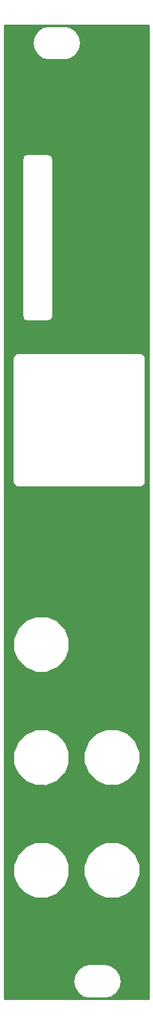
<source format=gbr>
G04 #@! TF.GenerationSoftware,KiCad,Pcbnew,(5.0.1)-4*
G04 #@! TF.CreationDate,2018-12-03T17:03:42+00:00*
G04 #@! TF.ProjectId,DevBoard_Panel,446576426F6172645F50616E656C2E6B,rev?*
G04 #@! TF.SameCoordinates,Original*
G04 #@! TF.FileFunction,Copper,L2,Bot,Signal*
G04 #@! TF.FilePolarity,Positive*
%FSLAX46Y46*%
G04 Gerber Fmt 4.6, Leading zero omitted, Abs format (unit mm)*
G04 Created by KiCad (PCBNEW (5.0.1)-4) date 03/12/2018 17:03:42*
%MOMM*%
%LPD*%
G01*
G04 APERTURE LIST*
G04 #@! TA.AperFunction,NonConductor*
%ADD10C,0.254000*%
G04 #@! TD*
G04 APERTURE END LIST*
D10*
G36*
X69610001Y-177790000D02*
X50710000Y-177790000D01*
X50710000Y-175500000D01*
X59641214Y-175500000D01*
X59814676Y-176372054D01*
X60308655Y-177111345D01*
X61047946Y-177605324D01*
X61699872Y-177735000D01*
X63940128Y-177735000D01*
X64592054Y-177605324D01*
X65331345Y-177111345D01*
X65825324Y-176372054D01*
X65998786Y-175500000D01*
X65825324Y-174627946D01*
X65331345Y-173888655D01*
X64592054Y-173394676D01*
X63940128Y-173265000D01*
X61699872Y-173265000D01*
X61047946Y-173394676D01*
X60308655Y-173888655D01*
X59814676Y-174627946D01*
X59641214Y-175500000D01*
X50710000Y-175500000D01*
X50710000Y-161712854D01*
X51811052Y-161712854D01*
X51815000Y-161722535D01*
X51815000Y-161732992D01*
X52091686Y-162400970D01*
X52364654Y-163070291D01*
X52375898Y-163087119D01*
X52376008Y-163087385D01*
X52376212Y-163087589D01*
X52387455Y-163104416D01*
X52407883Y-163119260D01*
X53380740Y-164092117D01*
X53395584Y-164112545D01*
X53405222Y-164116599D01*
X53412615Y-164123992D01*
X54080532Y-164400652D01*
X54746892Y-164680941D01*
X54757347Y-164680998D01*
X54767008Y-164685000D01*
X55490034Y-164685000D01*
X56212854Y-164688948D01*
X56222535Y-164685000D01*
X56232992Y-164685000D01*
X56900970Y-164408314D01*
X57570291Y-164135346D01*
X57587119Y-164124102D01*
X57587385Y-164123992D01*
X57587589Y-164123788D01*
X57604416Y-164112545D01*
X57619260Y-164092117D01*
X58592117Y-163119260D01*
X58612545Y-163104416D01*
X58616599Y-163094778D01*
X58623992Y-163087385D01*
X58900652Y-162419468D01*
X59180941Y-161753108D01*
X59180998Y-161742653D01*
X59185000Y-161732992D01*
X59185000Y-161712854D01*
X61061052Y-161712854D01*
X61065000Y-161722535D01*
X61065000Y-161732992D01*
X61341686Y-162400970D01*
X61614654Y-163070291D01*
X61625898Y-163087119D01*
X61626008Y-163087385D01*
X61626212Y-163087589D01*
X61637455Y-163104416D01*
X61657883Y-163119260D01*
X62630740Y-164092117D01*
X62645584Y-164112545D01*
X62655222Y-164116599D01*
X62662615Y-164123992D01*
X63330532Y-164400652D01*
X63996892Y-164680941D01*
X64007347Y-164680998D01*
X64017008Y-164685000D01*
X64740034Y-164685000D01*
X65462854Y-164688948D01*
X65472535Y-164685000D01*
X65482992Y-164685000D01*
X66150970Y-164408314D01*
X66820291Y-164135346D01*
X66837119Y-164124102D01*
X66837385Y-164123992D01*
X66837589Y-164123788D01*
X66854416Y-164112545D01*
X66869260Y-164092117D01*
X67842117Y-163119260D01*
X67862545Y-163104416D01*
X67866599Y-163094778D01*
X67873992Y-163087385D01*
X68150652Y-162419468D01*
X68430941Y-161753108D01*
X68430998Y-161742653D01*
X68435000Y-161732992D01*
X68435000Y-161009966D01*
X68438948Y-160287146D01*
X68435000Y-160277465D01*
X68435000Y-160267008D01*
X68158314Y-159599030D01*
X67885346Y-158929709D01*
X67874102Y-158912881D01*
X67873992Y-158912615D01*
X67873788Y-158912411D01*
X67862545Y-158895584D01*
X67842117Y-158880740D01*
X66869260Y-157907883D01*
X66854416Y-157887455D01*
X66844778Y-157883401D01*
X66837385Y-157876008D01*
X66169468Y-157599348D01*
X65503108Y-157319059D01*
X65492653Y-157319002D01*
X65482992Y-157315000D01*
X64759966Y-157315000D01*
X64037146Y-157311052D01*
X64027465Y-157315000D01*
X64017008Y-157315000D01*
X63349030Y-157591686D01*
X62679709Y-157864654D01*
X62662881Y-157875898D01*
X62662615Y-157876008D01*
X62662411Y-157876212D01*
X62645584Y-157887455D01*
X62630740Y-157907883D01*
X61657883Y-158880740D01*
X61637455Y-158895584D01*
X61633401Y-158905222D01*
X61626008Y-158912615D01*
X61349348Y-159580532D01*
X61069059Y-160246892D01*
X61069002Y-160257347D01*
X61065000Y-160267008D01*
X61065000Y-160990034D01*
X61061052Y-161712854D01*
X59185000Y-161712854D01*
X59185000Y-161009966D01*
X59188948Y-160287146D01*
X59185000Y-160277465D01*
X59185000Y-160267008D01*
X58908314Y-159599030D01*
X58635346Y-158929709D01*
X58624102Y-158912881D01*
X58623992Y-158912615D01*
X58623788Y-158912411D01*
X58612545Y-158895584D01*
X58592117Y-158880740D01*
X57619260Y-157907883D01*
X57604416Y-157887455D01*
X57594778Y-157883401D01*
X57587385Y-157876008D01*
X56919468Y-157599348D01*
X56253108Y-157319059D01*
X56242653Y-157319002D01*
X56232992Y-157315000D01*
X55509966Y-157315000D01*
X54787146Y-157311052D01*
X54777465Y-157315000D01*
X54767008Y-157315000D01*
X54099030Y-157591686D01*
X53429709Y-157864654D01*
X53412881Y-157875898D01*
X53412615Y-157876008D01*
X53412411Y-157876212D01*
X53395584Y-157887455D01*
X53380740Y-157907883D01*
X52407883Y-158880740D01*
X52387455Y-158895584D01*
X52383401Y-158905222D01*
X52376008Y-158912615D01*
X52099348Y-159580532D01*
X51819059Y-160246892D01*
X51819002Y-160257347D01*
X51815000Y-160267008D01*
X51815000Y-160990034D01*
X51811052Y-161712854D01*
X50710000Y-161712854D01*
X50710000Y-147012854D01*
X51811052Y-147012854D01*
X51815000Y-147022535D01*
X51815000Y-147032992D01*
X52091686Y-147700970D01*
X52364654Y-148370291D01*
X52375898Y-148387119D01*
X52376008Y-148387385D01*
X52376212Y-148387589D01*
X52387455Y-148404416D01*
X52407883Y-148419260D01*
X53380740Y-149392117D01*
X53395584Y-149412545D01*
X53405222Y-149416599D01*
X53412615Y-149423992D01*
X54080532Y-149700652D01*
X54746892Y-149980941D01*
X54757347Y-149980998D01*
X54767008Y-149985000D01*
X55490034Y-149985000D01*
X56212854Y-149988948D01*
X56222535Y-149985000D01*
X56232992Y-149985000D01*
X56900970Y-149708314D01*
X57570291Y-149435346D01*
X57587119Y-149424102D01*
X57587385Y-149423992D01*
X57587589Y-149423788D01*
X57604416Y-149412545D01*
X57619260Y-149392117D01*
X58592117Y-148419260D01*
X58612545Y-148404416D01*
X58616599Y-148394778D01*
X58623992Y-148387385D01*
X58900652Y-147719468D01*
X59180941Y-147053108D01*
X59180998Y-147042653D01*
X59185000Y-147032992D01*
X59185000Y-146962854D01*
X61061052Y-146962854D01*
X61065000Y-146972535D01*
X61065000Y-146982992D01*
X61341686Y-147650970D01*
X61614654Y-148320291D01*
X61625898Y-148337119D01*
X61626008Y-148337385D01*
X61626212Y-148337589D01*
X61637455Y-148354416D01*
X61657883Y-148369260D01*
X62630740Y-149342117D01*
X62645584Y-149362545D01*
X62655222Y-149366599D01*
X62662615Y-149373992D01*
X63330532Y-149650652D01*
X63996892Y-149930941D01*
X64007347Y-149930998D01*
X64017008Y-149935000D01*
X64740034Y-149935000D01*
X65462854Y-149938948D01*
X65472535Y-149935000D01*
X65482992Y-149935000D01*
X66150970Y-149658314D01*
X66820291Y-149385346D01*
X66837119Y-149374102D01*
X66837385Y-149373992D01*
X66837589Y-149373788D01*
X66854416Y-149362545D01*
X66869260Y-149342117D01*
X67842117Y-148369260D01*
X67862545Y-148354416D01*
X67866599Y-148344778D01*
X67873992Y-148337385D01*
X68150652Y-147669468D01*
X68430941Y-147003108D01*
X68430998Y-146992653D01*
X68435000Y-146982992D01*
X68435000Y-146259966D01*
X68438948Y-145537146D01*
X68435000Y-145527465D01*
X68435000Y-145517008D01*
X68158314Y-144849030D01*
X67885346Y-144179709D01*
X67874102Y-144162881D01*
X67873992Y-144162615D01*
X67873788Y-144162411D01*
X67862545Y-144145584D01*
X67842117Y-144130740D01*
X66869260Y-143157883D01*
X66854416Y-143137455D01*
X66844778Y-143133401D01*
X66837385Y-143126008D01*
X66169468Y-142849348D01*
X65503108Y-142569059D01*
X65492653Y-142569002D01*
X65482992Y-142565000D01*
X64759966Y-142565000D01*
X64037146Y-142561052D01*
X64027465Y-142565000D01*
X64017008Y-142565000D01*
X63349030Y-142841686D01*
X62679709Y-143114654D01*
X62662881Y-143125898D01*
X62662615Y-143126008D01*
X62662411Y-143126212D01*
X62645584Y-143137455D01*
X62630740Y-143157883D01*
X61657883Y-144130740D01*
X61637455Y-144145584D01*
X61633401Y-144155222D01*
X61626008Y-144162615D01*
X61349348Y-144830532D01*
X61069059Y-145496892D01*
X61069002Y-145507347D01*
X61065000Y-145517008D01*
X61065000Y-146240034D01*
X61061052Y-146962854D01*
X59185000Y-146962854D01*
X59185000Y-146309966D01*
X59188948Y-145587146D01*
X59185000Y-145577465D01*
X59185000Y-145567008D01*
X58908314Y-144899030D01*
X58635346Y-144229709D01*
X58624102Y-144212881D01*
X58623992Y-144212615D01*
X58623788Y-144212411D01*
X58612545Y-144195584D01*
X58592117Y-144180740D01*
X57619260Y-143207883D01*
X57604416Y-143187455D01*
X57594778Y-143183401D01*
X57587385Y-143176008D01*
X56919468Y-142899348D01*
X56253108Y-142619059D01*
X56242653Y-142619002D01*
X56232992Y-142615000D01*
X55509966Y-142615000D01*
X54787146Y-142611052D01*
X54777465Y-142615000D01*
X54767008Y-142615000D01*
X54099030Y-142891686D01*
X53429709Y-143164654D01*
X53412881Y-143175898D01*
X53412615Y-143176008D01*
X53412411Y-143176212D01*
X53395584Y-143187455D01*
X53380740Y-143207883D01*
X52407883Y-144180740D01*
X52387455Y-144195584D01*
X52383401Y-144205222D01*
X52376008Y-144212615D01*
X52099348Y-144880532D01*
X51819059Y-145546892D01*
X51819002Y-145557347D01*
X51815000Y-145567008D01*
X51815000Y-146290034D01*
X51811052Y-147012854D01*
X50710000Y-147012854D01*
X50710000Y-132212854D01*
X51811052Y-132212854D01*
X51815000Y-132222535D01*
X51815000Y-132232992D01*
X52091686Y-132900970D01*
X52364654Y-133570291D01*
X52375898Y-133587119D01*
X52376008Y-133587385D01*
X52376212Y-133587589D01*
X52387455Y-133604416D01*
X52407883Y-133619260D01*
X53380740Y-134592117D01*
X53395584Y-134612545D01*
X53405222Y-134616599D01*
X53412615Y-134623992D01*
X54080532Y-134900652D01*
X54746892Y-135180941D01*
X54757347Y-135180998D01*
X54767008Y-135185000D01*
X55490034Y-135185000D01*
X56212854Y-135188948D01*
X56222535Y-135185000D01*
X56232992Y-135185000D01*
X56900970Y-134908314D01*
X57570291Y-134635346D01*
X57587119Y-134624102D01*
X57587385Y-134623992D01*
X57587589Y-134623788D01*
X57604416Y-134612545D01*
X57619260Y-134592117D01*
X58592117Y-133619260D01*
X58612545Y-133604416D01*
X58616599Y-133594778D01*
X58623992Y-133587385D01*
X58900652Y-132919468D01*
X59180941Y-132253108D01*
X59180998Y-132242653D01*
X59185000Y-132232992D01*
X59185000Y-131509966D01*
X59188948Y-130787146D01*
X59185000Y-130777465D01*
X59185000Y-130767008D01*
X58908314Y-130099030D01*
X58635346Y-129429709D01*
X58624102Y-129412881D01*
X58623992Y-129412615D01*
X58623788Y-129412411D01*
X58612545Y-129395584D01*
X58592117Y-129380740D01*
X57619260Y-128407883D01*
X57604416Y-128387455D01*
X57594778Y-128383401D01*
X57587385Y-128376008D01*
X56919468Y-128099348D01*
X56253108Y-127819059D01*
X56242653Y-127819002D01*
X56232992Y-127815000D01*
X55509966Y-127815000D01*
X54787146Y-127811052D01*
X54777465Y-127815000D01*
X54767008Y-127815000D01*
X54099030Y-128091686D01*
X53429709Y-128364654D01*
X53412881Y-128375898D01*
X53412615Y-128376008D01*
X53412411Y-128376212D01*
X53395584Y-128387455D01*
X53380740Y-128407883D01*
X52407883Y-129380740D01*
X52387455Y-129395584D01*
X52383401Y-129405222D01*
X52376008Y-129412615D01*
X52099348Y-130080532D01*
X51819059Y-130746892D01*
X51819002Y-130757347D01*
X51815000Y-130767008D01*
X51815000Y-131490034D01*
X51811052Y-132212854D01*
X50710000Y-132212854D01*
X50710000Y-94200000D01*
X51726091Y-94200000D01*
X51740000Y-94269926D01*
X51740001Y-110180069D01*
X51726091Y-110250000D01*
X51781195Y-110527028D01*
X51938119Y-110761881D01*
X52172972Y-110918805D01*
X52380074Y-110960000D01*
X68519926Y-110960000D01*
X68727028Y-110918805D01*
X68961881Y-110761881D01*
X69066421Y-110605426D01*
X69089803Y-110589803D01*
X69117333Y-110548601D01*
X69127000Y-110500000D01*
X69127000Y-110485829D01*
X69173909Y-110250000D01*
X69160000Y-110180074D01*
X69160000Y-94269926D01*
X69173909Y-94200000D01*
X69118805Y-93922972D01*
X68961881Y-93688119D01*
X68727028Y-93531195D01*
X68519926Y-93490000D01*
X68519925Y-93490000D01*
X68450000Y-93476091D01*
X68380074Y-93490000D01*
X52519925Y-93490000D01*
X52450000Y-93476091D01*
X52380074Y-93490000D01*
X52172972Y-93531195D01*
X51938119Y-93688119D01*
X51781195Y-93922972D01*
X51726091Y-94200000D01*
X50710000Y-94200000D01*
X50710000Y-68200000D01*
X52976091Y-68200000D01*
X52990001Y-68269931D01*
X52990000Y-88530074D01*
X52976091Y-88600000D01*
X53031195Y-88877028D01*
X53188119Y-89111881D01*
X53422972Y-89268805D01*
X53700000Y-89323909D01*
X53769925Y-89310000D01*
X56230075Y-89310000D01*
X56300000Y-89323909D01*
X56577028Y-89268805D01*
X56811881Y-89111881D01*
X56968805Y-88877028D01*
X57010000Y-88669926D01*
X57010000Y-88669925D01*
X57023909Y-88600000D01*
X57010000Y-88530074D01*
X57010000Y-68269926D01*
X57023909Y-68200000D01*
X56968805Y-67922972D01*
X56811881Y-67688119D01*
X56577028Y-67531195D01*
X56369926Y-67490000D01*
X56369925Y-67490000D01*
X56300000Y-67476091D01*
X56230074Y-67490000D01*
X53769926Y-67490000D01*
X53700000Y-67476091D01*
X53630075Y-67490000D01*
X53630074Y-67490000D01*
X53422972Y-67531195D01*
X53188119Y-67688119D01*
X53031195Y-67922972D01*
X52976091Y-68200000D01*
X50710000Y-68200000D01*
X50710000Y-53000000D01*
X54321214Y-53000000D01*
X54494676Y-53872054D01*
X54988655Y-54611345D01*
X55727946Y-55105324D01*
X56379872Y-55235000D01*
X58620128Y-55235000D01*
X59272054Y-55105324D01*
X60011345Y-54611345D01*
X60505324Y-53872054D01*
X60678786Y-53000000D01*
X60505324Y-52127946D01*
X60011345Y-51388655D01*
X59272054Y-50894676D01*
X58620128Y-50765000D01*
X56379872Y-50765000D01*
X55727946Y-50894676D01*
X54988655Y-51388655D01*
X54494676Y-52127946D01*
X54321214Y-53000000D01*
X50710000Y-53000000D01*
X50710000Y-50710000D01*
X69610000Y-50710000D01*
X69610001Y-177790000D01*
X69610001Y-177790000D01*
G37*
X69610001Y-177790000D02*
X50710000Y-177790000D01*
X50710000Y-175500000D01*
X59641214Y-175500000D01*
X59814676Y-176372054D01*
X60308655Y-177111345D01*
X61047946Y-177605324D01*
X61699872Y-177735000D01*
X63940128Y-177735000D01*
X64592054Y-177605324D01*
X65331345Y-177111345D01*
X65825324Y-176372054D01*
X65998786Y-175500000D01*
X65825324Y-174627946D01*
X65331345Y-173888655D01*
X64592054Y-173394676D01*
X63940128Y-173265000D01*
X61699872Y-173265000D01*
X61047946Y-173394676D01*
X60308655Y-173888655D01*
X59814676Y-174627946D01*
X59641214Y-175500000D01*
X50710000Y-175500000D01*
X50710000Y-161712854D01*
X51811052Y-161712854D01*
X51815000Y-161722535D01*
X51815000Y-161732992D01*
X52091686Y-162400970D01*
X52364654Y-163070291D01*
X52375898Y-163087119D01*
X52376008Y-163087385D01*
X52376212Y-163087589D01*
X52387455Y-163104416D01*
X52407883Y-163119260D01*
X53380740Y-164092117D01*
X53395584Y-164112545D01*
X53405222Y-164116599D01*
X53412615Y-164123992D01*
X54080532Y-164400652D01*
X54746892Y-164680941D01*
X54757347Y-164680998D01*
X54767008Y-164685000D01*
X55490034Y-164685000D01*
X56212854Y-164688948D01*
X56222535Y-164685000D01*
X56232992Y-164685000D01*
X56900970Y-164408314D01*
X57570291Y-164135346D01*
X57587119Y-164124102D01*
X57587385Y-164123992D01*
X57587589Y-164123788D01*
X57604416Y-164112545D01*
X57619260Y-164092117D01*
X58592117Y-163119260D01*
X58612545Y-163104416D01*
X58616599Y-163094778D01*
X58623992Y-163087385D01*
X58900652Y-162419468D01*
X59180941Y-161753108D01*
X59180998Y-161742653D01*
X59185000Y-161732992D01*
X59185000Y-161712854D01*
X61061052Y-161712854D01*
X61065000Y-161722535D01*
X61065000Y-161732992D01*
X61341686Y-162400970D01*
X61614654Y-163070291D01*
X61625898Y-163087119D01*
X61626008Y-163087385D01*
X61626212Y-163087589D01*
X61637455Y-163104416D01*
X61657883Y-163119260D01*
X62630740Y-164092117D01*
X62645584Y-164112545D01*
X62655222Y-164116599D01*
X62662615Y-164123992D01*
X63330532Y-164400652D01*
X63996892Y-164680941D01*
X64007347Y-164680998D01*
X64017008Y-164685000D01*
X64740034Y-164685000D01*
X65462854Y-164688948D01*
X65472535Y-164685000D01*
X65482992Y-164685000D01*
X66150970Y-164408314D01*
X66820291Y-164135346D01*
X66837119Y-164124102D01*
X66837385Y-164123992D01*
X66837589Y-164123788D01*
X66854416Y-164112545D01*
X66869260Y-164092117D01*
X67842117Y-163119260D01*
X67862545Y-163104416D01*
X67866599Y-163094778D01*
X67873992Y-163087385D01*
X68150652Y-162419468D01*
X68430941Y-161753108D01*
X68430998Y-161742653D01*
X68435000Y-161732992D01*
X68435000Y-161009966D01*
X68438948Y-160287146D01*
X68435000Y-160277465D01*
X68435000Y-160267008D01*
X68158314Y-159599030D01*
X67885346Y-158929709D01*
X67874102Y-158912881D01*
X67873992Y-158912615D01*
X67873788Y-158912411D01*
X67862545Y-158895584D01*
X67842117Y-158880740D01*
X66869260Y-157907883D01*
X66854416Y-157887455D01*
X66844778Y-157883401D01*
X66837385Y-157876008D01*
X66169468Y-157599348D01*
X65503108Y-157319059D01*
X65492653Y-157319002D01*
X65482992Y-157315000D01*
X64759966Y-157315000D01*
X64037146Y-157311052D01*
X64027465Y-157315000D01*
X64017008Y-157315000D01*
X63349030Y-157591686D01*
X62679709Y-157864654D01*
X62662881Y-157875898D01*
X62662615Y-157876008D01*
X62662411Y-157876212D01*
X62645584Y-157887455D01*
X62630740Y-157907883D01*
X61657883Y-158880740D01*
X61637455Y-158895584D01*
X61633401Y-158905222D01*
X61626008Y-158912615D01*
X61349348Y-159580532D01*
X61069059Y-160246892D01*
X61069002Y-160257347D01*
X61065000Y-160267008D01*
X61065000Y-160990034D01*
X61061052Y-161712854D01*
X59185000Y-161712854D01*
X59185000Y-161009966D01*
X59188948Y-160287146D01*
X59185000Y-160277465D01*
X59185000Y-160267008D01*
X58908314Y-159599030D01*
X58635346Y-158929709D01*
X58624102Y-158912881D01*
X58623992Y-158912615D01*
X58623788Y-158912411D01*
X58612545Y-158895584D01*
X58592117Y-158880740D01*
X57619260Y-157907883D01*
X57604416Y-157887455D01*
X57594778Y-157883401D01*
X57587385Y-157876008D01*
X56919468Y-157599348D01*
X56253108Y-157319059D01*
X56242653Y-157319002D01*
X56232992Y-157315000D01*
X55509966Y-157315000D01*
X54787146Y-157311052D01*
X54777465Y-157315000D01*
X54767008Y-157315000D01*
X54099030Y-157591686D01*
X53429709Y-157864654D01*
X53412881Y-157875898D01*
X53412615Y-157876008D01*
X53412411Y-157876212D01*
X53395584Y-157887455D01*
X53380740Y-157907883D01*
X52407883Y-158880740D01*
X52387455Y-158895584D01*
X52383401Y-158905222D01*
X52376008Y-158912615D01*
X52099348Y-159580532D01*
X51819059Y-160246892D01*
X51819002Y-160257347D01*
X51815000Y-160267008D01*
X51815000Y-160990034D01*
X51811052Y-161712854D01*
X50710000Y-161712854D01*
X50710000Y-147012854D01*
X51811052Y-147012854D01*
X51815000Y-147022535D01*
X51815000Y-147032992D01*
X52091686Y-147700970D01*
X52364654Y-148370291D01*
X52375898Y-148387119D01*
X52376008Y-148387385D01*
X52376212Y-148387589D01*
X52387455Y-148404416D01*
X52407883Y-148419260D01*
X53380740Y-149392117D01*
X53395584Y-149412545D01*
X53405222Y-149416599D01*
X53412615Y-149423992D01*
X54080532Y-149700652D01*
X54746892Y-149980941D01*
X54757347Y-149980998D01*
X54767008Y-149985000D01*
X55490034Y-149985000D01*
X56212854Y-149988948D01*
X56222535Y-149985000D01*
X56232992Y-149985000D01*
X56900970Y-149708314D01*
X57570291Y-149435346D01*
X57587119Y-149424102D01*
X57587385Y-149423992D01*
X57587589Y-149423788D01*
X57604416Y-149412545D01*
X57619260Y-149392117D01*
X58592117Y-148419260D01*
X58612545Y-148404416D01*
X58616599Y-148394778D01*
X58623992Y-148387385D01*
X58900652Y-147719468D01*
X59180941Y-147053108D01*
X59180998Y-147042653D01*
X59185000Y-147032992D01*
X59185000Y-146962854D01*
X61061052Y-146962854D01*
X61065000Y-146972535D01*
X61065000Y-146982992D01*
X61341686Y-147650970D01*
X61614654Y-148320291D01*
X61625898Y-148337119D01*
X61626008Y-148337385D01*
X61626212Y-148337589D01*
X61637455Y-148354416D01*
X61657883Y-148369260D01*
X62630740Y-149342117D01*
X62645584Y-149362545D01*
X62655222Y-149366599D01*
X62662615Y-149373992D01*
X63330532Y-149650652D01*
X63996892Y-149930941D01*
X64007347Y-149930998D01*
X64017008Y-149935000D01*
X64740034Y-149935000D01*
X65462854Y-149938948D01*
X65472535Y-149935000D01*
X65482992Y-149935000D01*
X66150970Y-149658314D01*
X66820291Y-149385346D01*
X66837119Y-149374102D01*
X66837385Y-149373992D01*
X66837589Y-149373788D01*
X66854416Y-149362545D01*
X66869260Y-149342117D01*
X67842117Y-148369260D01*
X67862545Y-148354416D01*
X67866599Y-148344778D01*
X67873992Y-148337385D01*
X68150652Y-147669468D01*
X68430941Y-147003108D01*
X68430998Y-146992653D01*
X68435000Y-146982992D01*
X68435000Y-146259966D01*
X68438948Y-145537146D01*
X68435000Y-145527465D01*
X68435000Y-145517008D01*
X68158314Y-144849030D01*
X67885346Y-144179709D01*
X67874102Y-144162881D01*
X67873992Y-144162615D01*
X67873788Y-144162411D01*
X67862545Y-144145584D01*
X67842117Y-144130740D01*
X66869260Y-143157883D01*
X66854416Y-143137455D01*
X66844778Y-143133401D01*
X66837385Y-143126008D01*
X66169468Y-142849348D01*
X65503108Y-142569059D01*
X65492653Y-142569002D01*
X65482992Y-142565000D01*
X64759966Y-142565000D01*
X64037146Y-142561052D01*
X64027465Y-142565000D01*
X64017008Y-142565000D01*
X63349030Y-142841686D01*
X62679709Y-143114654D01*
X62662881Y-143125898D01*
X62662615Y-143126008D01*
X62662411Y-143126212D01*
X62645584Y-143137455D01*
X62630740Y-143157883D01*
X61657883Y-144130740D01*
X61637455Y-144145584D01*
X61633401Y-144155222D01*
X61626008Y-144162615D01*
X61349348Y-144830532D01*
X61069059Y-145496892D01*
X61069002Y-145507347D01*
X61065000Y-145517008D01*
X61065000Y-146240034D01*
X61061052Y-146962854D01*
X59185000Y-146962854D01*
X59185000Y-146309966D01*
X59188948Y-145587146D01*
X59185000Y-145577465D01*
X59185000Y-145567008D01*
X58908314Y-144899030D01*
X58635346Y-144229709D01*
X58624102Y-144212881D01*
X58623992Y-144212615D01*
X58623788Y-144212411D01*
X58612545Y-144195584D01*
X58592117Y-144180740D01*
X57619260Y-143207883D01*
X57604416Y-143187455D01*
X57594778Y-143183401D01*
X57587385Y-143176008D01*
X56919468Y-142899348D01*
X56253108Y-142619059D01*
X56242653Y-142619002D01*
X56232992Y-142615000D01*
X55509966Y-142615000D01*
X54787146Y-142611052D01*
X54777465Y-142615000D01*
X54767008Y-142615000D01*
X54099030Y-142891686D01*
X53429709Y-143164654D01*
X53412881Y-143175898D01*
X53412615Y-143176008D01*
X53412411Y-143176212D01*
X53395584Y-143187455D01*
X53380740Y-143207883D01*
X52407883Y-144180740D01*
X52387455Y-144195584D01*
X52383401Y-144205222D01*
X52376008Y-144212615D01*
X52099348Y-144880532D01*
X51819059Y-145546892D01*
X51819002Y-145557347D01*
X51815000Y-145567008D01*
X51815000Y-146290034D01*
X51811052Y-147012854D01*
X50710000Y-147012854D01*
X50710000Y-132212854D01*
X51811052Y-132212854D01*
X51815000Y-132222535D01*
X51815000Y-132232992D01*
X52091686Y-132900970D01*
X52364654Y-133570291D01*
X52375898Y-133587119D01*
X52376008Y-133587385D01*
X52376212Y-133587589D01*
X52387455Y-133604416D01*
X52407883Y-133619260D01*
X53380740Y-134592117D01*
X53395584Y-134612545D01*
X53405222Y-134616599D01*
X53412615Y-134623992D01*
X54080532Y-134900652D01*
X54746892Y-135180941D01*
X54757347Y-135180998D01*
X54767008Y-135185000D01*
X55490034Y-135185000D01*
X56212854Y-135188948D01*
X56222535Y-135185000D01*
X56232992Y-135185000D01*
X56900970Y-134908314D01*
X57570291Y-134635346D01*
X57587119Y-134624102D01*
X57587385Y-134623992D01*
X57587589Y-134623788D01*
X57604416Y-134612545D01*
X57619260Y-134592117D01*
X58592117Y-133619260D01*
X58612545Y-133604416D01*
X58616599Y-133594778D01*
X58623992Y-133587385D01*
X58900652Y-132919468D01*
X59180941Y-132253108D01*
X59180998Y-132242653D01*
X59185000Y-132232992D01*
X59185000Y-131509966D01*
X59188948Y-130787146D01*
X59185000Y-130777465D01*
X59185000Y-130767008D01*
X58908314Y-130099030D01*
X58635346Y-129429709D01*
X58624102Y-129412881D01*
X58623992Y-129412615D01*
X58623788Y-129412411D01*
X58612545Y-129395584D01*
X58592117Y-129380740D01*
X57619260Y-128407883D01*
X57604416Y-128387455D01*
X57594778Y-128383401D01*
X57587385Y-128376008D01*
X56919468Y-128099348D01*
X56253108Y-127819059D01*
X56242653Y-127819002D01*
X56232992Y-127815000D01*
X55509966Y-127815000D01*
X54787146Y-127811052D01*
X54777465Y-127815000D01*
X54767008Y-127815000D01*
X54099030Y-128091686D01*
X53429709Y-128364654D01*
X53412881Y-128375898D01*
X53412615Y-128376008D01*
X53412411Y-128376212D01*
X53395584Y-128387455D01*
X53380740Y-128407883D01*
X52407883Y-129380740D01*
X52387455Y-129395584D01*
X52383401Y-129405222D01*
X52376008Y-129412615D01*
X52099348Y-130080532D01*
X51819059Y-130746892D01*
X51819002Y-130757347D01*
X51815000Y-130767008D01*
X51815000Y-131490034D01*
X51811052Y-132212854D01*
X50710000Y-132212854D01*
X50710000Y-94200000D01*
X51726091Y-94200000D01*
X51740000Y-94269926D01*
X51740001Y-110180069D01*
X51726091Y-110250000D01*
X51781195Y-110527028D01*
X51938119Y-110761881D01*
X52172972Y-110918805D01*
X52380074Y-110960000D01*
X68519926Y-110960000D01*
X68727028Y-110918805D01*
X68961881Y-110761881D01*
X69066421Y-110605426D01*
X69089803Y-110589803D01*
X69117333Y-110548601D01*
X69127000Y-110500000D01*
X69127000Y-110485829D01*
X69173909Y-110250000D01*
X69160000Y-110180074D01*
X69160000Y-94269926D01*
X69173909Y-94200000D01*
X69118805Y-93922972D01*
X68961881Y-93688119D01*
X68727028Y-93531195D01*
X68519926Y-93490000D01*
X68519925Y-93490000D01*
X68450000Y-93476091D01*
X68380074Y-93490000D01*
X52519925Y-93490000D01*
X52450000Y-93476091D01*
X52380074Y-93490000D01*
X52172972Y-93531195D01*
X51938119Y-93688119D01*
X51781195Y-93922972D01*
X51726091Y-94200000D01*
X50710000Y-94200000D01*
X50710000Y-68200000D01*
X52976091Y-68200000D01*
X52990001Y-68269931D01*
X52990000Y-88530074D01*
X52976091Y-88600000D01*
X53031195Y-88877028D01*
X53188119Y-89111881D01*
X53422972Y-89268805D01*
X53700000Y-89323909D01*
X53769925Y-89310000D01*
X56230075Y-89310000D01*
X56300000Y-89323909D01*
X56577028Y-89268805D01*
X56811881Y-89111881D01*
X56968805Y-88877028D01*
X57010000Y-88669926D01*
X57010000Y-88669925D01*
X57023909Y-88600000D01*
X57010000Y-88530074D01*
X57010000Y-68269926D01*
X57023909Y-68200000D01*
X56968805Y-67922972D01*
X56811881Y-67688119D01*
X56577028Y-67531195D01*
X56369926Y-67490000D01*
X56369925Y-67490000D01*
X56300000Y-67476091D01*
X56230074Y-67490000D01*
X53769926Y-67490000D01*
X53700000Y-67476091D01*
X53630075Y-67490000D01*
X53630074Y-67490000D01*
X53422972Y-67531195D01*
X53188119Y-67688119D01*
X53031195Y-67922972D01*
X52976091Y-68200000D01*
X50710000Y-68200000D01*
X50710000Y-53000000D01*
X54321214Y-53000000D01*
X54494676Y-53872054D01*
X54988655Y-54611345D01*
X55727946Y-55105324D01*
X56379872Y-55235000D01*
X58620128Y-55235000D01*
X59272054Y-55105324D01*
X60011345Y-54611345D01*
X60505324Y-53872054D01*
X60678786Y-53000000D01*
X60505324Y-52127946D01*
X60011345Y-51388655D01*
X59272054Y-50894676D01*
X58620128Y-50765000D01*
X56379872Y-50765000D01*
X55727946Y-50894676D01*
X54988655Y-51388655D01*
X54494676Y-52127946D01*
X54321214Y-53000000D01*
X50710000Y-53000000D01*
X50710000Y-50710000D01*
X69610000Y-50710000D01*
X69610001Y-177790000D01*
M02*

</source>
